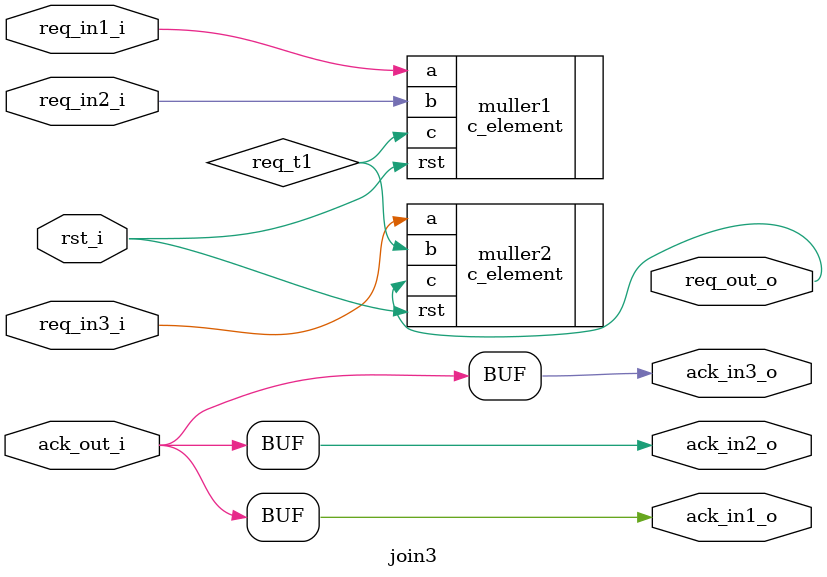
<source format=sv>
module join3(
	input  logic rst_i,

	input  logic req_in1_i,
	input  logic req_in2_i,
	input  logic req_in3_i,
	input  logic ack_out_i,

	output logic ack_in1_o,
	output logic ack_in2_o,
	output logic ack_in3_o,
	output logic req_out_o
);

	wire req_t1;

	c_element muller1(
	 .rst(rst_i),
	 .a(req_in1_i),
	 .b(req_in2_i),
	 .c(req_t1)
	);

	c_element muller2(
	 .rst(rst_i),
	 .a(req_in3_i),
	 .b(req_t1),
	 .c(req_out_o)
	);

	assign ack_in1_o = ack_out_i;
	assign ack_in2_o = ack_out_i;
	assign ack_in3_o = ack_out_i;

endmodule

</source>
